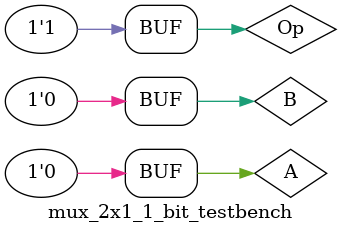
<source format=v>
`define DELAY 20

module mux_2x1_1_bit_testbench(); 

reg A, B, Op;
wire Out;

mux_2x1_1_bit testMux1Bit (A, B, Op, Out);

initial begin
A = 1'b0; B = 1'b0; Op = 1'd0;
#`DELAY;
A = 1'b0; B = 1'b1; Op = 1'd1;
#`DELAY;
A = 1'b1; B = 1'b0; Op = 1'd0;
#`DELAY;
A = 1'b1; B = 1'b1; Op = 1'd0;
#`DELAY;
A = 1'b1; B = 1'b1; Op = 1'd1;
#`DELAY;
A = 1'b0; B = 1'b0; Op = 1'd1;
end
 
 
initial
begin
$monitor("time = %2d, A =%b, B=%b, Op=%b, Out=%b", $time, A, B, Op, Out);
end
 
endmodule

</source>
